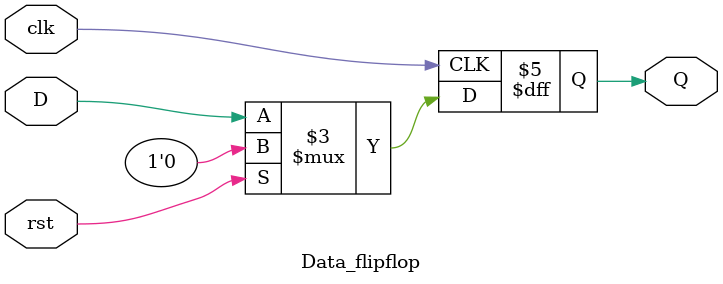
<source format=v>
module Data_flipflop (
    input  wire clk,   // Clock input
    input  wire rst,   // Reset input (active high)
    input  wire D,     // Data input
    output reg  Q      // Output
);

always @(posedge clk) begin
    if (rst)
        Q <= 1'b0;     // Reset output
    else
        Q <= D;        // Store D on rising edge of clock
end

endmodule

</source>
